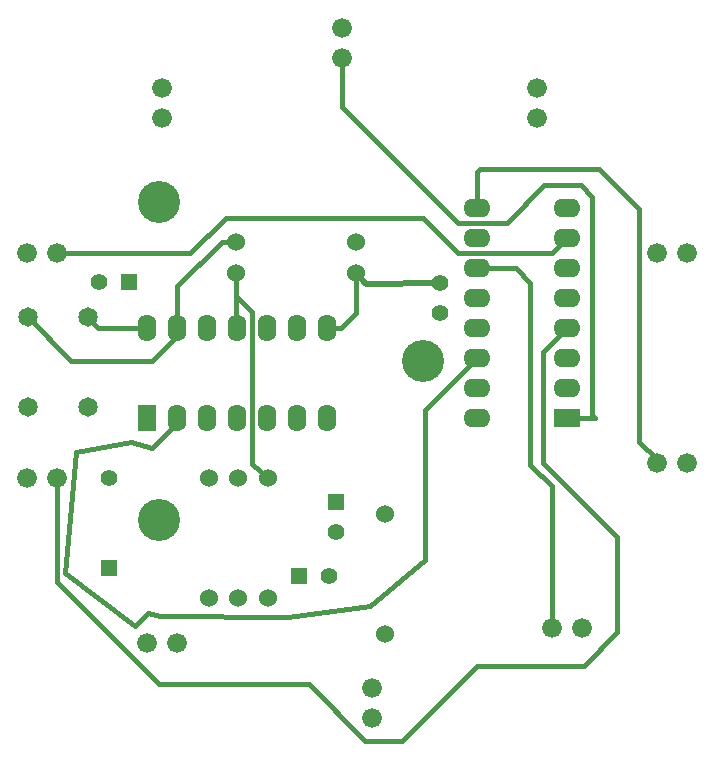
<source format=gtl>
%FSLAX34Y34*%
G04 Gerber Fmt 3.4, Leading zero omitted, Abs format*
G04 (created by PCBNEW (2013-11-12 BZR 4462)-product) date 11/16/2013 2:36:54 PM*
%MOIN*%
G01*
G70*
G90*
G04 APERTURE LIST*
%ADD10C,0.005906*%
%ADD11C,0.140000*%
%ADD12C,0.060000*%
%ADD13C,0.066000*%
%ADD14R,0.090000X0.062000*%
%ADD15O,0.090000X0.062000*%
%ADD16R,0.062000X0.090000*%
%ADD17O,0.062000X0.090000*%
%ADD18R,0.055000X0.055000*%
%ADD19C,0.055000*%
%ADD20C,0.065000*%
%ADD21C,0.015000*%
%ADD22C,0.020000*%
G04 APERTURE END LIST*
G54D10*
G54D11*
X47900Y-27905D03*
X56695Y-22600D03*
X47895Y-17290D03*
G54D12*
X51540Y-26490D03*
X51540Y-30490D03*
X50465Y-19670D03*
X54465Y-19670D03*
X49580Y-30490D03*
X49580Y-26490D03*
X50550Y-30480D03*
X50550Y-26480D03*
X50465Y-18620D03*
X54465Y-18620D03*
X55425Y-27685D03*
X55425Y-31685D03*
G54D13*
X61000Y-31500D03*
X62000Y-31500D03*
X64500Y-26000D03*
X65500Y-26000D03*
X64500Y-19000D03*
X65500Y-19000D03*
X60500Y-14500D03*
X60500Y-13500D03*
X54000Y-12500D03*
X54000Y-11500D03*
X48000Y-14500D03*
X48000Y-13500D03*
X44500Y-19000D03*
X43500Y-19000D03*
X44500Y-26500D03*
X43500Y-26500D03*
X48500Y-32000D03*
X47500Y-32000D03*
X55000Y-33500D03*
X55000Y-34500D03*
G54D14*
X61500Y-24500D03*
G54D15*
X61500Y-23500D03*
X61500Y-22500D03*
X61500Y-21500D03*
X61500Y-20500D03*
X61500Y-19500D03*
X61500Y-18500D03*
X61500Y-17500D03*
X58500Y-17500D03*
X58500Y-18500D03*
X58500Y-19500D03*
X58500Y-20500D03*
X58500Y-21500D03*
X58500Y-22500D03*
X58500Y-23500D03*
X58500Y-24500D03*
G54D16*
X47500Y-24500D03*
G54D17*
X48500Y-24500D03*
X49500Y-24500D03*
X50500Y-24500D03*
X51500Y-24500D03*
X52500Y-24500D03*
X53500Y-24500D03*
X53500Y-21500D03*
X52500Y-21500D03*
X51500Y-21500D03*
X50500Y-21500D03*
X49500Y-21500D03*
X48500Y-21500D03*
X47500Y-21500D03*
G54D18*
X46230Y-29480D03*
G54D19*
X46230Y-26480D03*
X57285Y-20010D03*
X57285Y-21010D03*
G54D18*
X53805Y-27280D03*
G54D19*
X53805Y-28280D03*
G54D18*
X52585Y-29760D03*
G54D19*
X53585Y-29760D03*
G54D18*
X46910Y-19950D03*
G54D19*
X45910Y-19950D03*
G54D20*
X45520Y-24145D03*
X43520Y-24145D03*
X45520Y-21145D03*
X43520Y-21145D03*
G54D21*
X48500Y-21500D02*
X48500Y-21760D01*
X44955Y-22580D02*
X43520Y-21145D01*
X47680Y-22580D02*
X44955Y-22580D01*
X48500Y-21760D02*
X47680Y-22580D01*
X50465Y-18620D02*
X49990Y-18620D01*
X48500Y-20110D02*
X48500Y-21500D01*
X49990Y-18620D02*
X48500Y-20110D01*
X64500Y-26000D02*
X64500Y-25870D01*
X58500Y-16300D02*
X58500Y-17500D01*
X58610Y-16190D02*
X58500Y-16300D01*
X62565Y-16190D02*
X58610Y-16190D01*
X63910Y-17535D02*
X62565Y-16190D01*
X63910Y-25280D02*
X63910Y-17535D01*
X64500Y-25870D02*
X63910Y-25280D01*
X61000Y-31500D02*
X61000Y-26770D01*
X59790Y-19500D02*
X58500Y-19500D01*
X60285Y-19995D02*
X59790Y-19500D01*
X60285Y-26055D02*
X60285Y-19995D01*
X61000Y-26770D02*
X60285Y-26055D01*
X53500Y-21500D02*
X53960Y-21500D01*
X54465Y-20995D02*
X54465Y-19670D01*
X53960Y-21500D02*
X54465Y-20995D01*
G54D22*
X57285Y-20010D02*
X54810Y-20015D01*
X54810Y-20015D02*
X54465Y-19670D01*
G54D21*
X50465Y-19670D02*
X50465Y-21465D01*
X50465Y-21465D02*
X50500Y-21500D01*
X50465Y-19670D02*
X50465Y-20430D01*
X51000Y-26025D02*
X51540Y-26490D01*
X51000Y-20965D02*
X51000Y-26025D01*
X50465Y-20430D02*
X51000Y-20965D01*
X48500Y-24500D02*
X48500Y-24660D01*
X56760Y-24240D02*
X58500Y-22500D01*
X56760Y-29235D02*
X56760Y-24240D01*
X54922Y-30775D02*
X56760Y-29235D01*
X47100Y-31445D02*
X47550Y-31010D01*
X47550Y-31010D02*
X47934Y-31083D01*
X47934Y-31083D02*
X52190Y-31120D01*
X52190Y-31120D02*
X54922Y-30775D01*
X44770Y-29655D02*
X47100Y-31445D01*
X45126Y-25615D02*
X44770Y-29655D01*
X46956Y-25300D02*
X45126Y-25615D01*
X47670Y-25490D02*
X46956Y-25300D01*
X48500Y-24660D02*
X47670Y-25490D01*
X44500Y-26500D02*
X44500Y-29975D01*
X60690Y-22310D02*
X61500Y-21500D01*
X60690Y-25980D02*
X60690Y-22310D01*
X63175Y-28465D02*
X60690Y-25980D01*
X63175Y-31640D02*
X63175Y-28465D01*
X62060Y-32755D02*
X63175Y-31640D01*
X58505Y-32755D02*
X62060Y-32755D01*
X56010Y-35250D02*
X58505Y-32755D01*
X54780Y-35250D02*
X56010Y-35250D01*
X52905Y-33375D02*
X54780Y-35250D01*
X47900Y-33375D02*
X52905Y-33375D01*
X44500Y-29975D02*
X47900Y-33375D01*
X44500Y-19000D02*
X48935Y-19000D01*
X61000Y-19000D02*
X61500Y-18500D01*
X57880Y-19000D02*
X61000Y-19000D01*
X56695Y-17815D02*
X57880Y-19000D01*
X50120Y-17815D02*
X56695Y-17815D01*
X48935Y-19000D02*
X50120Y-17815D01*
X61500Y-24500D02*
X62420Y-24500D01*
X54000Y-14120D02*
X54000Y-12500D01*
X57875Y-17995D02*
X54000Y-14120D01*
X59495Y-17995D02*
X57875Y-17995D01*
X60750Y-16740D02*
X59495Y-17995D01*
X61970Y-16740D02*
X60750Y-16740D01*
X62350Y-17120D02*
X61970Y-16740D01*
X62350Y-24430D02*
X62350Y-17120D01*
X62420Y-24500D02*
X62350Y-24430D01*
X47500Y-21500D02*
X45875Y-21500D01*
X45875Y-21500D02*
X45520Y-21145D01*
M02*

</source>
